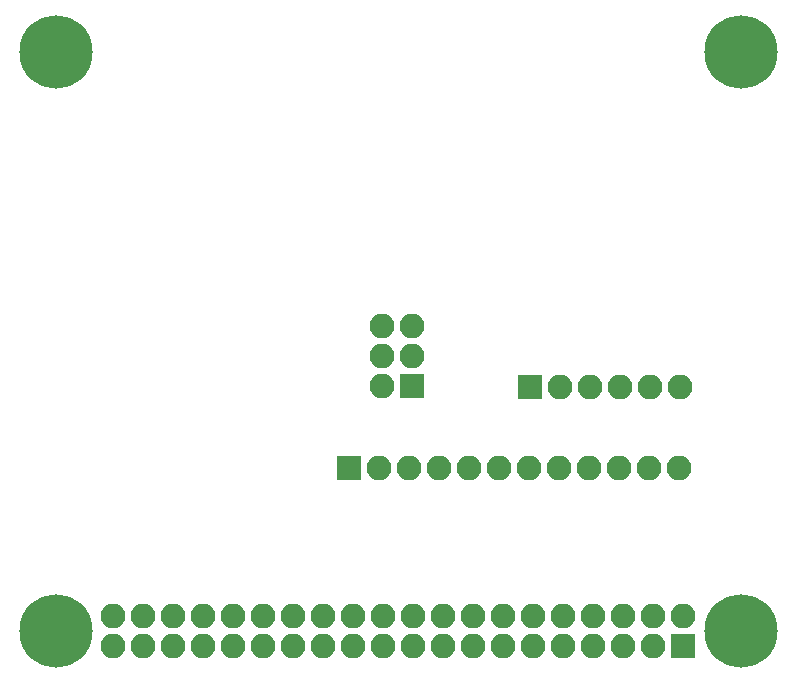
<source format=gbr>
G04 #@! TF.GenerationSoftware,KiCad,Pcbnew,(5.0.0)*
G04 #@! TF.CreationDate,2018-11-21T11:56:39+01:00*
G04 #@! TF.ProjectId,RRAT,525241542E6B696361645F7063620000,rev?*
G04 #@! TF.SameCoordinates,Original*
G04 #@! TF.FileFunction,Soldermask,Bot*
G04 #@! TF.FilePolarity,Negative*
%FSLAX46Y46*%
G04 Gerber Fmt 4.6, Leading zero omitted, Abs format (unit mm)*
G04 Created by KiCad (PCBNEW (5.0.0)) date 11/21/18 11:56:39*
%MOMM*%
%LPD*%
G01*
G04 APERTURE LIST*
%ADD10C,6.200000*%
%ADD11R,2.100000X2.100000*%
%ADD12O,2.100000X2.100000*%
G04 APERTURE END LIST*
D10*
G04 #@! TO.C,*
X173563598Y-127161634D03*
G04 #@! TD*
G04 #@! TO.C,*
X173563598Y-78161634D03*
G04 #@! TD*
G04 #@! TO.C,*
X115563598Y-78161634D03*
G04 #@! TD*
G04 #@! TO.C,*
X115563598Y-127161634D03*
G04 #@! TD*
D11*
G04 #@! TO.C,J3*
X168693598Y-128431634D03*
D12*
X168693598Y-125891634D03*
X166153598Y-128431634D03*
X166153598Y-125891634D03*
X163613598Y-128431634D03*
X163613598Y-125891634D03*
X161073598Y-128431634D03*
X161073598Y-125891634D03*
X158533598Y-128431634D03*
X158533598Y-125891634D03*
X155993598Y-128431634D03*
X155993598Y-125891634D03*
X153453598Y-128431634D03*
X153453598Y-125891634D03*
X150913598Y-128431634D03*
X150913598Y-125891634D03*
X148373598Y-128431634D03*
X148373598Y-125891634D03*
X145833598Y-128431634D03*
X145833598Y-125891634D03*
X143293598Y-128431634D03*
X143293598Y-125891634D03*
X140753598Y-128431634D03*
X140753598Y-125891634D03*
X138213598Y-128431634D03*
X138213598Y-125891634D03*
X135673598Y-128431634D03*
X135673598Y-125891634D03*
X133133598Y-128431634D03*
X133133598Y-125891634D03*
X130593598Y-128431634D03*
X130593598Y-125891634D03*
X128053598Y-128431634D03*
X128053598Y-125891634D03*
X125513598Y-128431634D03*
X125513598Y-125891634D03*
X122973598Y-128431634D03*
X122973598Y-125891634D03*
X120433598Y-128431634D03*
X120433598Y-125891634D03*
G04 #@! TD*
G04 #@! TO.C,J1*
X168440118Y-106462094D03*
X165900118Y-106462094D03*
X163360118Y-106462094D03*
X160820118Y-106462094D03*
X158280118Y-106462094D03*
D11*
X155740118Y-106462094D03*
G04 #@! TD*
D12*
G04 #@! TO.C,J2*
X143197598Y-101295734D03*
X145737598Y-101295734D03*
X143197598Y-103835734D03*
X145737598Y-103835734D03*
X143197598Y-106375734D03*
D11*
X145737598Y-106375734D03*
G04 #@! TD*
D12*
G04 #@! TO.C,J4*
X168388798Y-113349634D03*
X165848798Y-113349634D03*
X163308798Y-113349634D03*
X160768798Y-113349634D03*
X158228798Y-113349634D03*
X155688798Y-113349634D03*
X153148798Y-113349634D03*
X150608798Y-113349634D03*
X148068798Y-113349634D03*
X145528798Y-113349634D03*
X142988798Y-113349634D03*
D11*
X140448798Y-113349634D03*
G04 #@! TD*
M02*

</source>
